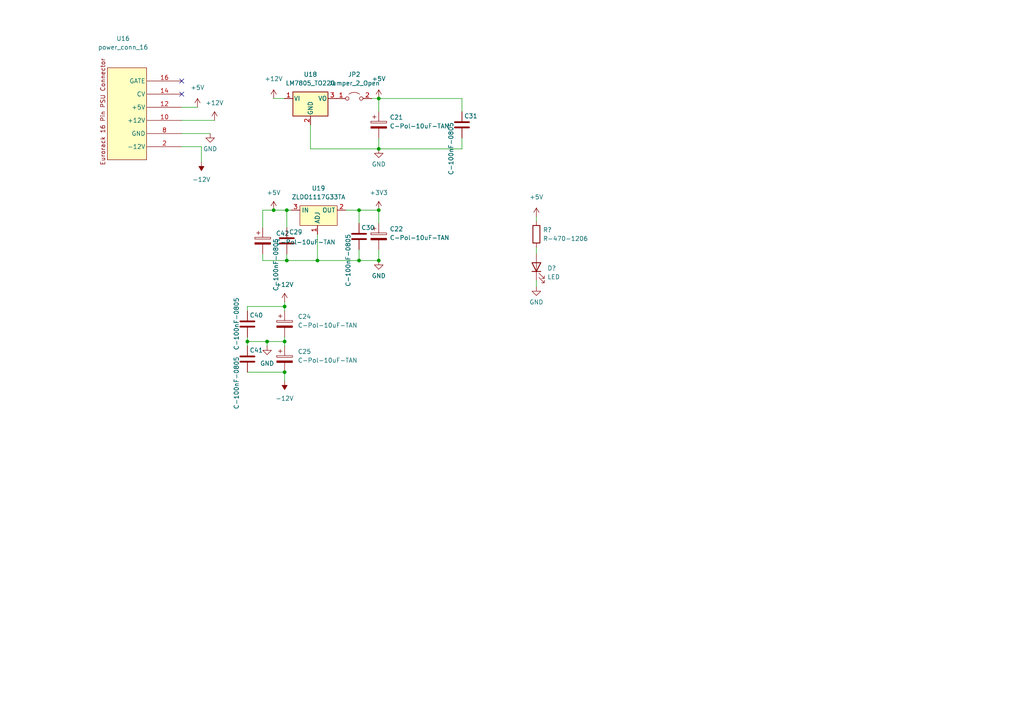
<source format=kicad_sch>
(kicad_sch (version 20211123) (generator eeschema)

  (uuid cddb8587-b792-44f6-83bb-4aacbef2657e)

  (paper "A4")

  (lib_symbols
    (symbol "Device:LED" (pin_numbers hide) (pin_names (offset 1.016) hide) (in_bom yes) (on_board yes)
      (property "Reference" "D" (id 0) (at 0 2.54 0)
        (effects (font (size 1.27 1.27)))
      )
      (property "Value" "LED" (id 1) (at 0 -2.54 0)
        (effects (font (size 1.27 1.27)))
      )
      (property "Footprint" "" (id 2) (at 0 0 0)
        (effects (font (size 1.27 1.27)) hide)
      )
      (property "Datasheet" "~" (id 3) (at 0 0 0)
        (effects (font (size 1.27 1.27)) hide)
      )
      (property "ki_keywords" "LED diode" (id 4) (at 0 0 0)
        (effects (font (size 1.27 1.27)) hide)
      )
      (property "ki_description" "Light emitting diode" (id 5) (at 0 0 0)
        (effects (font (size 1.27 1.27)) hide)
      )
      (property "ki_fp_filters" "LED* LED_SMD:* LED_THT:*" (id 6) (at 0 0 0)
        (effects (font (size 1.27 1.27)) hide)
      )
      (symbol "LED_0_1"
        (polyline
          (pts
            (xy -1.27 -1.27)
            (xy -1.27 1.27)
          )
          (stroke (width 0.254) (type default) (color 0 0 0 0))
          (fill (type none))
        )
        (polyline
          (pts
            (xy -1.27 0)
            (xy 1.27 0)
          )
          (stroke (width 0) (type default) (color 0 0 0 0))
          (fill (type none))
        )
        (polyline
          (pts
            (xy 1.27 -1.27)
            (xy 1.27 1.27)
            (xy -1.27 0)
            (xy 1.27 -1.27)
          )
          (stroke (width 0.254) (type default) (color 0 0 0 0))
          (fill (type none))
        )
        (polyline
          (pts
            (xy -3.048 -0.762)
            (xy -4.572 -2.286)
            (xy -3.81 -2.286)
            (xy -4.572 -2.286)
            (xy -4.572 -1.524)
          )
          (stroke (width 0) (type default) (color 0 0 0 0))
          (fill (type none))
        )
        (polyline
          (pts
            (xy -1.778 -0.762)
            (xy -3.302 -2.286)
            (xy -2.54 -2.286)
            (xy -3.302 -2.286)
            (xy -3.302 -1.524)
          )
          (stroke (width 0) (type default) (color 0 0 0 0))
          (fill (type none))
        )
      )
      (symbol "LED_1_1"
        (pin passive line (at -3.81 0 0) (length 2.54)
          (name "K" (effects (font (size 1.27 1.27))))
          (number "1" (effects (font (size 1.27 1.27))))
        )
        (pin passive line (at 3.81 0 180) (length 2.54)
          (name "A" (effects (font (size 1.27 1.27))))
          (number "2" (effects (font (size 1.27 1.27))))
        )
      )
    )
    (symbol "Jumper:Jumper_2_Open" (pin_names (offset 0) hide) (in_bom yes) (on_board yes)
      (property "Reference" "JP" (id 0) (at 0 2.794 0)
        (effects (font (size 1.27 1.27)))
      )
      (property "Value" "Jumper_2_Open" (id 1) (at 0 -2.286 0)
        (effects (font (size 1.27 1.27)))
      )
      (property "Footprint" "" (id 2) (at 0 0 0)
        (effects (font (size 1.27 1.27)) hide)
      )
      (property "Datasheet" "~" (id 3) (at 0 0 0)
        (effects (font (size 1.27 1.27)) hide)
      )
      (property "ki_keywords" "Jumper SPST" (id 4) (at 0 0 0)
        (effects (font (size 1.27 1.27)) hide)
      )
      (property "ki_description" "Jumper, 2-pole, open" (id 5) (at 0 0 0)
        (effects (font (size 1.27 1.27)) hide)
      )
      (property "ki_fp_filters" "Jumper* TestPoint*2Pads* TestPoint*Bridge*" (id 6) (at 0 0 0)
        (effects (font (size 1.27 1.27)) hide)
      )
      (symbol "Jumper_2_Open_0_0"
        (circle (center -2.032 0) (radius 0.508)
          (stroke (width 0) (type default) (color 0 0 0 0))
          (fill (type none))
        )
        (circle (center 2.032 0) (radius 0.508)
          (stroke (width 0) (type default) (color 0 0 0 0))
          (fill (type none))
        )
      )
      (symbol "Jumper_2_Open_0_1"
        (arc (start 1.524 1.27) (mid 0 1.778) (end -1.524 1.27)
          (stroke (width 0) (type default) (color 0 0 0 0))
          (fill (type none))
        )
      )
      (symbol "Jumper_2_Open_1_1"
        (pin passive line (at -5.08 0 0) (length 2.54)
          (name "A" (effects (font (size 1.27 1.27))))
          (number "1" (effects (font (size 1.27 1.27))))
        )
        (pin passive line (at 5.08 0 180) (length 2.54)
          (name "B" (effects (font (size 1.27 1.27))))
          (number "2" (effects (font (size 1.27 1.27))))
        )
      )
    )
    (symbol "Regulator_Linear:LM7805_TO220" (pin_names (offset 0.254)) (in_bom yes) (on_board yes)
      (property "Reference" "U" (id 0) (at -3.81 3.175 0)
        (effects (font (size 1.27 1.27)))
      )
      (property "Value" "LM7805_TO220" (id 1) (at 0 3.175 0)
        (effects (font (size 1.27 1.27)) (justify left))
      )
      (property "Footprint" "Package_TO_SOT_THT:TO-220-3_Vertical" (id 2) (at 0 5.715 0)
        (effects (font (size 1.27 1.27) italic) hide)
      )
      (property "Datasheet" "https://www.onsemi.cn/PowerSolutions/document/MC7800-D.PDF" (id 3) (at 0 -1.27 0)
        (effects (font (size 1.27 1.27)) hide)
      )
      (property "ki_keywords" "Voltage Regulator 1A Positive" (id 4) (at 0 0 0)
        (effects (font (size 1.27 1.27)) hide)
      )
      (property "ki_description" "Positive 1A 35V Linear Regulator, Fixed Output 5V, TO-220" (id 5) (at 0 0 0)
        (effects (font (size 1.27 1.27)) hide)
      )
      (property "ki_fp_filters" "TO?220*" (id 6) (at 0 0 0)
        (effects (font (size 1.27 1.27)) hide)
      )
      (symbol "LM7805_TO220_0_1"
        (rectangle (start -5.08 1.905) (end 5.08 -5.08)
          (stroke (width 0.254) (type default) (color 0 0 0 0))
          (fill (type background))
        )
      )
      (symbol "LM7805_TO220_1_1"
        (pin power_in line (at -7.62 0 0) (length 2.54)
          (name "VI" (effects (font (size 1.27 1.27))))
          (number "1" (effects (font (size 1.27 1.27))))
        )
        (pin power_in line (at 0 -7.62 90) (length 2.54)
          (name "GND" (effects (font (size 1.27 1.27))))
          (number "2" (effects (font (size 1.27 1.27))))
        )
        (pin power_out line (at 7.62 0 180) (length 2.54)
          (name "VO" (effects (font (size 1.27 1.27))))
          (number "3" (effects (font (size 1.27 1.27))))
        )
      )
    )
    (symbol "eurorack:C-100nF-0805" (pin_numbers hide) (pin_names (offset 0.254)) (in_bom yes) (on_board yes)
      (property "Reference" "C" (id 0) (at 0.635 2.54 0)
        (effects (font (size 1.27 1.27)) (justify left))
      )
      (property "Value" "C-100nF-0805" (id 1) (at 0.635 -2.54 0)
        (effects (font (size 1.27 1.27)) (justify left))
      )
      (property "Footprint" "Capacitor_SMD:C_0805_2012Metric_Pad1.18x1.45mm_HandSolder" (id 2) (at 0.9652 -3.81 0)
        (effects (font (size 1.27 1.27)) hide)
      )
      (property "Datasheet" "https://secure.reichelt.com/at/en/smd-multilayer-ceramic-capacitor-100-n-10--x7r-g0805-100n-p31879.html?&nbc=1" (id 3) (at 0 0 0)
        (effects (font (size 1.27 1.27)) hide)
      )
      (property "ki_keywords" "cap capacitor" (id 4) (at 0 0 0)
        (effects (font (size 1.27 1.27)) hide)
      )
      (property "ki_description" "Unpolarized capacitor" (id 5) (at 0 0 0)
        (effects (font (size 1.27 1.27)) hide)
      )
      (property "ki_fp_filters" "C_*" (id 6) (at 0 0 0)
        (effects (font (size 1.27 1.27)) hide)
      )
      (symbol "C-100nF-0805_0_1"
        (polyline
          (pts
            (xy -2.032 -0.762)
            (xy 2.032 -0.762)
          )
          (stroke (width 0.508) (type default) (color 0 0 0 0))
          (fill (type none))
        )
        (polyline
          (pts
            (xy -2.032 0.762)
            (xy 2.032 0.762)
          )
          (stroke (width 0.508) (type default) (color 0 0 0 0))
          (fill (type none))
        )
      )
      (symbol "C-100nF-0805_1_1"
        (pin passive line (at 0 3.81 270) (length 2.794)
          (name "~" (effects (font (size 1.27 1.27))))
          (number "1" (effects (font (size 1.27 1.27))))
        )
        (pin passive line (at 0 -3.81 90) (length 2.794)
          (name "~" (effects (font (size 1.27 1.27))))
          (number "2" (effects (font (size 1.27 1.27))))
        )
      )
    )
    (symbol "eurorack:C-Pol-10uF-TAN" (pin_numbers hide) (pin_names (offset 0.254)) (in_bom yes) (on_board yes)
      (property "Reference" "C" (id 0) (at 0.635 2.54 0)
        (effects (font (size 1.27 1.27)) (justify left))
      )
      (property "Value" "C-Pol-10uF-TAN" (id 1) (at 0.635 -2.54 0)
        (effects (font (size 1.27 1.27)) (justify left))
      )
      (property "Footprint" "Capacitor_Tantalum_SMD:CP_EIA-6032-28_Kemet-C" (id 2) (at 0.9652 -3.81 0)
        (effects (font (size 1.27 1.27)) hide)
      )
      (property "Datasheet" "https://www.reichelt.at/at/de/smd-tantal-kondensator-10-f-25v-tps-6032-10-25-p167056.html?r=1" (id 3) (at 0 0 0)
        (effects (font (size 1.27 1.27)) hide)
      )
      (property "ki_keywords" "cap capacitor" (id 4) (at 0 0 0)
        (effects (font (size 1.27 1.27)) hide)
      )
      (property "ki_description" "Polarized capacitor" (id 5) (at 0 0 0)
        (effects (font (size 1.27 1.27)) hide)
      )
      (property "ki_fp_filters" "CP_*" (id 6) (at 0 0 0)
        (effects (font (size 1.27 1.27)) hide)
      )
      (symbol "C-Pol-10uF-TAN_0_1"
        (rectangle (start -2.286 0.508) (end 2.286 1.016)
          (stroke (width 0) (type default) (color 0 0 0 0))
          (fill (type none))
        )
        (polyline
          (pts
            (xy -1.778 2.286)
            (xy -0.762 2.286)
          )
          (stroke (width 0) (type default) (color 0 0 0 0))
          (fill (type none))
        )
        (polyline
          (pts
            (xy -1.27 2.794)
            (xy -1.27 1.778)
          )
          (stroke (width 0) (type default) (color 0 0 0 0))
          (fill (type none))
        )
        (rectangle (start 2.286 -0.508) (end -2.286 -1.016)
          (stroke (width 0) (type default) (color 0 0 0 0))
          (fill (type outline))
        )
      )
      (symbol "C-Pol-10uF-TAN_1_1"
        (pin passive line (at 0 3.81 270) (length 2.794)
          (name "~" (effects (font (size 1.27 1.27))))
          (number "1" (effects (font (size 1.27 1.27))))
        )
        (pin passive line (at 0 -3.81 90) (length 2.794)
          (name "~" (effects (font (size 1.27 1.27))))
          (number "2" (effects (font (size 1.27 1.27))))
        )
      )
    )
    (symbol "eurorack:R-470-1206" (pin_numbers hide) (pin_names (offset 0)) (in_bom yes) (on_board yes)
      (property "Reference" "R" (id 0) (at 2.032 0 90)
        (effects (font (size 1.27 1.27)))
      )
      (property "Value" "R-470-1206" (id 1) (at -2.54 0 90)
        (effects (font (size 1.27 1.27)))
      )
      (property "Footprint" "Resistor_SMD:R_1206_3216Metric_Pad1.30x1.75mm_HandSolder" (id 2) (at -1.778 0 90)
        (effects (font (size 1.27 1.27)) hide)
      )
      (property "Datasheet" "https://www.reichelt.com/at/en/smd-chip-resistor-type-1206-470-ohm-smd-1-4w-470-p18337.html?search=470+1206&&r=1" (id 3) (at 0 0 0)
        (effects (font (size 1.27 1.27)) hide)
      )
      (property "P" "250mW" (id 4) (at 0 0 0)
        (effects (font (size 1.27 1.27)) hide)
      )
      (property "Tolerance" "5%" (id 5) (at 0 0 0)
        (effects (font (size 1.27 1.27)) hide)
      )
      (property "ki_keywords" "R res resistor" (id 6) (at 0 0 0)
        (effects (font (size 1.27 1.27)) hide)
      )
      (property "ki_description" "Resistor" (id 7) (at 0 0 0)
        (effects (font (size 1.27 1.27)) hide)
      )
      (property "ki_fp_filters" "R_*" (id 8) (at 0 0 0)
        (effects (font (size 1.27 1.27)) hide)
      )
      (symbol "R-470-1206_0_1"
        (rectangle (start -1.016 -2.54) (end 1.016 2.54)
          (stroke (width 0.254) (type default) (color 0 0 0 0))
          (fill (type none))
        )
      )
      (symbol "R-470-1206_1_1"
        (pin passive line (at 0 3.81 270) (length 1.27)
          (name "~" (effects (font (size 1.27 1.27))))
          (number "1" (effects (font (size 1.27 1.27))))
        )
        (pin passive line (at 0 -3.81 90) (length 1.27)
          (name "~" (effects (font (size 1.27 1.27))))
          (number "2" (effects (font (size 1.27 1.27))))
        )
      )
    )
    (symbol "eurorack:ZLDO1117G33TA" (in_bom yes) (on_board yes)
      (property "Reference" "U" (id 0) (at 0 0 0)
        (effects (font (size 1.27 1.27)))
      )
      (property "Value" "ZLDO1117G33TA" (id 1) (at 0 1.905 0)
        (effects (font (size 1.27 1.27)))
      )
      (property "Footprint" "Package_TO_SOT_SMD:SOT-223" (id 2) (at 0 0 0)
        (effects (font (size 1.27 1.27)) hide)
      )
      (property "Datasheet" "https://www.reichelt.at/at/en/ldo-voltage-regulator-3-3v-sot-223-3-zldo1117g33ta-p219149.html?&trstct=pos_13&nbc=1" (id 3) (at 0 0 0)
        (effects (font (size 1.27 1.27)) hide)
      )
      (property "ki_description" "3,3V SMD Regulator, 1A max" (id 4) (at 0 0 0)
        (effects (font (size 1.27 1.27)) hide)
      )
      (symbol "ZLDO1117G33TA_0_1"
        (rectangle (start -5.08 -1.27) (end 5.715 -6.985)
          (stroke (width 0) (type default) (color 0 0 0 0))
          (fill (type background))
        )
      )
      (symbol "ZLDO1117G33TA_1_1"
        (pin power_in line (at 0 -9.525 90) (length 2.54)
          (name "ADJ" (effects (font (size 1.27 1.27))))
          (number "1" (effects (font (size 1.27 1.27))))
        )
        (pin power_out line (at 8.255 -2.54 180) (length 2.54)
          (name "OUT" (effects (font (size 1.27 1.27))))
          (number "2" (effects (font (size 1.27 1.27))))
        )
        (pin power_in line (at -7.62 -2.54 0) (length 2.54)
          (name "IN" (effects (font (size 1.27 1.27))))
          (number "3" (effects (font (size 1.27 1.27))))
        )
        (pin power_in line (at 8.255 -2.54 180) (length 2.54) hide
          (name "OUT" (effects (font (size 1.27 1.27))))
          (number "4" (effects (font (size 1.27 1.27))))
        )
      )
    )
    (symbol "eurorack:power_conn_16" (in_bom yes) (on_board yes)
      (property "Reference" "U" (id 0) (at 2.54 2.54 0)
        (effects (font (size 1.27 1.27)))
      )
      (property "Value" "power_conn_16" (id 1) (at 3.81 1.27 0)
        (effects (font (size 1.27 1.27)))
      )
      (property "Footprint" "eurorack:power_16" (id 2) (at 5.08 -27.94 0)
        (effects (font (size 1.27 1.27)) hide)
      )
      (property "Datasheet" "" (id 3) (at 0 0 0)
        (effects (font (size 1.27 1.27)) hide)
      )
      (property "ki_description" "Eurorack power connector 16 pins" (id 4) (at 0 0 0)
        (effects (font (size 1.27 1.27)) hide)
      )
      (symbol "power_conn_16_0_0"
        (rectangle (start -3.81 0) (end 7.62 -26.67)
          (stroke (width 0) (type default) (color 0 0 0 0))
          (fill (type background))
        )
        (text "Eurorack 16 Pin PSU Connector" (at -5.08 -12.7 900)
          (effects (font (size 1.27 1.27)))
        )
        (pin free line (at 17.78 -22.86 180) (length 10) hide
          (name "-12V" (effects (font (size 1.27 1.27))))
          (number "1" (effects (font (size 1.27 1.27))))
        )
        (pin power_out line (at 17.78 -15.24 180) (length 10)
          (name "+12V" (effects (font (size 1.27 1.27))))
          (number "10" (effects (font (size 1.27 1.27))))
        )
        (pin free line (at 17.78 -11.43 180) (length 10) hide
          (name "+5V" (effects (font (size 1.27 1.27))))
          (number "11" (effects (font (size 1.27 1.27))))
        )
        (pin power_out line (at 17.78 -11.43 180) (length 10)
          (name "+5V" (effects (font (size 1.27 1.27))))
          (number "12" (effects (font (size 1.27 1.27))))
        )
        (pin bidirectional line (at 17.78 -7.62 180) (length 10) hide
          (name "CV" (effects (font (size 1.27 1.27))))
          (number "13" (effects (font (size 1.27 1.27))))
        )
        (pin bidirectional line (at 17.78 -7.62 180) (length 10)
          (name "CV" (effects (font (size 1.27 1.27))))
          (number "14" (effects (font (size 1.27 1.27))))
        )
        (pin bidirectional line (at 17.78 -3.81 180) (length 10) hide
          (name "GATE" (effects (font (size 1.27 1.27))))
          (number "15" (effects (font (size 1.27 1.27))))
        )
        (pin bidirectional line (at 17.78 -3.81 180) (length 10)
          (name "GATE" (effects (font (size 1.27 1.27))))
          (number "16" (effects (font (size 1.27 1.27))))
        )
        (pin power_out line (at 17.78 -22.86 180) (length 10)
          (name "-12V" (effects (font (size 1.27 1.27))))
          (number "2" (effects (font (size 1.27 1.27))))
        )
        (pin free line (at 17.78 -19.05 180) (length 10) hide
          (name "GND" (effects (font (size 1.27 1.27))))
          (number "3" (effects (font (size 1.27 1.27))))
        )
        (pin free line (at 17.78 -19.05 180) (length 10) hide
          (name "GND" (effects (font (size 1.27 1.27))))
          (number "4" (effects (font (size 1.27 1.27))))
        )
        (pin free line (at 17.78 -19.05 180) (length 10) hide
          (name "GND" (effects (font (size 1.27 1.27))))
          (number "5" (effects (font (size 1.27 1.27))))
        )
        (pin free line (at 17.78 -19.05 180) (length 10) hide
          (name "GND" (effects (font (size 1.27 1.27))))
          (number "6" (effects (font (size 1.27 1.27))))
        )
        (pin free line (at 17.78 -19.05 180) (length 10) hide
          (name "GND" (effects (font (size 1.27 1.27))))
          (number "7" (effects (font (size 1.27 1.27))))
        )
        (pin power_out line (at 17.78 -19.05 180) (length 10)
          (name "GND" (effects (font (size 1.27 1.27))))
          (number "8" (effects (font (size 1.27 1.27))))
        )
        (pin free line (at 17.78 -15.24 180) (length 10) hide
          (name "+12V" (effects (font (size 1.27 1.27))))
          (number "9" (effects (font (size 1.27 1.27))))
        )
      )
    )
    (symbol "power:+12V" (power) (pin_names (offset 0)) (in_bom yes) (on_board yes)
      (property "Reference" "#PWR" (id 0) (at 0 -3.81 0)
        (effects (font (size 1.27 1.27)) hide)
      )
      (property "Value" "+12V" (id 1) (at 0 3.556 0)
        (effects (font (size 1.27 1.27)))
      )
      (property "Footprint" "" (id 2) (at 0 0 0)
        (effects (font (size 1.27 1.27)) hide)
      )
      (property "Datasheet" "" (id 3) (at 0 0 0)
        (effects (font (size 1.27 1.27)) hide)
      )
      (property "ki_keywords" "power-flag" (id 4) (at 0 0 0)
        (effects (font (size 1.27 1.27)) hide)
      )
      (property "ki_description" "Power symbol creates a global label with name \"+12V\"" (id 5) (at 0 0 0)
        (effects (font (size 1.27 1.27)) hide)
      )
      (symbol "+12V_0_1"
        (polyline
          (pts
            (xy -0.762 1.27)
            (xy 0 2.54)
          )
          (stroke (width 0) (type default) (color 0 0 0 0))
          (fill (type none))
        )
        (polyline
          (pts
            (xy 0 0)
            (xy 0 2.54)
          )
          (stroke (width 0) (type default) (color 0 0 0 0))
          (fill (type none))
        )
        (polyline
          (pts
            (xy 0 2.54)
            (xy 0.762 1.27)
          )
          (stroke (width 0) (type default) (color 0 0 0 0))
          (fill (type none))
        )
      )
      (symbol "+12V_1_1"
        (pin power_in line (at 0 0 90) (length 0) hide
          (name "+12V" (effects (font (size 1.27 1.27))))
          (number "1" (effects (font (size 1.27 1.27))))
        )
      )
    )
    (symbol "power:+3V3" (power) (pin_names (offset 0)) (in_bom yes) (on_board yes)
      (property "Reference" "#PWR" (id 0) (at 0 -3.81 0)
        (effects (font (size 1.27 1.27)) hide)
      )
      (property "Value" "+3V3" (id 1) (at 0 3.556 0)
        (effects (font (size 1.27 1.27)))
      )
      (property "Footprint" "" (id 2) (at 0 0 0)
        (effects (font (size 1.27 1.27)) hide)
      )
      (property "Datasheet" "" (id 3) (at 0 0 0)
        (effects (font (size 1.27 1.27)) hide)
      )
      (property "ki_keywords" "power-flag" (id 4) (at 0 0 0)
        (effects (font (size 1.27 1.27)) hide)
      )
      (property "ki_description" "Power symbol creates a global label with name \"+3V3\"" (id 5) (at 0 0 0)
        (effects (font (size 1.27 1.27)) hide)
      )
      (symbol "+3V3_0_1"
        (polyline
          (pts
            (xy -0.762 1.27)
            (xy 0 2.54)
          )
          (stroke (width 0) (type default) (color 0 0 0 0))
          (fill (type none))
        )
        (polyline
          (pts
            (xy 0 0)
            (xy 0 2.54)
          )
          (stroke (width 0) (type default) (color 0 0 0 0))
          (fill (type none))
        )
        (polyline
          (pts
            (xy 0 2.54)
            (xy 0.762 1.27)
          )
          (stroke (width 0) (type default) (color 0 0 0 0))
          (fill (type none))
        )
      )
      (symbol "+3V3_1_1"
        (pin power_in line (at 0 0 90) (length 0) hide
          (name "+3V3" (effects (font (size 1.27 1.27))))
          (number "1" (effects (font (size 1.27 1.27))))
        )
      )
    )
    (symbol "power:+5V" (power) (pin_names (offset 0)) (in_bom yes) (on_board yes)
      (property "Reference" "#PWR" (id 0) (at 0 -3.81 0)
        (effects (font (size 1.27 1.27)) hide)
      )
      (property "Value" "+5V" (id 1) (at 0 3.556 0)
        (effects (font (size 1.27 1.27)))
      )
      (property "Footprint" "" (id 2) (at 0 0 0)
        (effects (font (size 1.27 1.27)) hide)
      )
      (property "Datasheet" "" (id 3) (at 0 0 0)
        (effects (font (size 1.27 1.27)) hide)
      )
      (property "ki_keywords" "power-flag" (id 4) (at 0 0 0)
        (effects (font (size 1.27 1.27)) hide)
      )
      (property "ki_description" "Power symbol creates a global label with name \"+5V\"" (id 5) (at 0 0 0)
        (effects (font (size 1.27 1.27)) hide)
      )
      (symbol "+5V_0_1"
        (polyline
          (pts
            (xy -0.762 1.27)
            (xy 0 2.54)
          )
          (stroke (width 0) (type default) (color 0 0 0 0))
          (fill (type none))
        )
        (polyline
          (pts
            (xy 0 0)
            (xy 0 2.54)
          )
          (stroke (width 0) (type default) (color 0 0 0 0))
          (fill (type none))
        )
        (polyline
          (pts
            (xy 0 2.54)
            (xy 0.762 1.27)
          )
          (stroke (width 0) (type default) (color 0 0 0 0))
          (fill (type none))
        )
      )
      (symbol "+5V_1_1"
        (pin power_in line (at 0 0 90) (length 0) hide
          (name "+5V" (effects (font (size 1.27 1.27))))
          (number "1" (effects (font (size 1.27 1.27))))
        )
      )
    )
    (symbol "power:-12V" (power) (pin_names (offset 0)) (in_bom yes) (on_board yes)
      (property "Reference" "#PWR" (id 0) (at 0 2.54 0)
        (effects (font (size 1.27 1.27)) hide)
      )
      (property "Value" "-12V" (id 1) (at 0 3.81 0)
        (effects (font (size 1.27 1.27)))
      )
      (property "Footprint" "" (id 2) (at 0 0 0)
        (effects (font (size 1.27 1.27)) hide)
      )
      (property "Datasheet" "" (id 3) (at 0 0 0)
        (effects (font (size 1.27 1.27)) hide)
      )
      (property "ki_keywords" "power-flag" (id 4) (at 0 0 0)
        (effects (font (size 1.27 1.27)) hide)
      )
      (property "ki_description" "Power symbol creates a global label with name \"-12V\"" (id 5) (at 0 0 0)
        (effects (font (size 1.27 1.27)) hide)
      )
      (symbol "-12V_0_0"
        (pin power_in line (at 0 0 90) (length 0) hide
          (name "-12V" (effects (font (size 1.27 1.27))))
          (number "1" (effects (font (size 1.27 1.27))))
        )
      )
      (symbol "-12V_0_1"
        (polyline
          (pts
            (xy 0 0)
            (xy 0 1.27)
            (xy 0.762 1.27)
            (xy 0 2.54)
            (xy -0.762 1.27)
            (xy 0 1.27)
          )
          (stroke (width 0) (type default) (color 0 0 0 0))
          (fill (type outline))
        )
      )
    )
    (symbol "power:GND" (power) (pin_names (offset 0)) (in_bom yes) (on_board yes)
      (property "Reference" "#PWR" (id 0) (at 0 -6.35 0)
        (effects (font (size 1.27 1.27)) hide)
      )
      (property "Value" "GND" (id 1) (at 0 -3.81 0)
        (effects (font (size 1.27 1.27)))
      )
      (property "Footprint" "" (id 2) (at 0 0 0)
        (effects (font (size 1.27 1.27)) hide)
      )
      (property "Datasheet" "" (id 3) (at 0 0 0)
        (effects (font (size 1.27 1.27)) hide)
      )
      (property "ki_keywords" "power-flag" (id 4) (at 0 0 0)
        (effects (font (size 1.27 1.27)) hide)
      )
      (property "ki_description" "Power symbol creates a global label with name \"GND\" , ground" (id 5) (at 0 0 0)
        (effects (font (size 1.27 1.27)) hide)
      )
      (symbol "GND_0_1"
        (polyline
          (pts
            (xy 0 0)
            (xy 0 -1.27)
            (xy 1.27 -1.27)
            (xy 0 -2.54)
            (xy -1.27 -1.27)
            (xy 0 -1.27)
          )
          (stroke (width 0) (type default) (color 0 0 0 0))
          (fill (type none))
        )
      )
      (symbol "GND_1_1"
        (pin power_in line (at 0 0 270) (length 0) hide
          (name "GND" (effects (font (size 1.27 1.27))))
          (number "1" (effects (font (size 1.27 1.27))))
        )
      )
    )
  )

  (junction (at 109.855 43.18) (diameter 0) (color 0 0 0 0)
    (uuid 1a4b81bb-1195-4cfd-883b-63c38391cf02)
  )
  (junction (at 79.375 60.96) (diameter 0) (color 0 0 0 0)
    (uuid 230551af-0a84-4c16-9118-0a3f19a4ea0e)
  )
  (junction (at 82.55 88.9) (diameter 0) (color 0 0 0 0)
    (uuid 2a0136fc-86e6-4b71-982f-a774b9546f6b)
  )
  (junction (at 109.855 60.96) (diameter 0) (color 0 0 0 0)
    (uuid 3d1e7952-e07f-4a88-bf93-62d7ff899957)
  )
  (junction (at 104.14 60.96) (diameter 0) (color 0 0 0 0)
    (uuid 3f91b352-2bad-4ac5-a437-e760f62c6934)
  )
  (junction (at 82.55 107.95) (diameter 0) (color 0 0 0 0)
    (uuid 526aef7e-a998-46c5-8ff8-88092cf5bb9c)
  )
  (junction (at 104.14 75.565) (diameter 0) (color 0 0 0 0)
    (uuid 7116590c-946e-4513-b987-90a4d91c0595)
  )
  (junction (at 92.075 75.565) (diameter 0) (color 0 0 0 0)
    (uuid 7bf18d8a-0104-48fe-b7b5-cc6b56aafb5a)
  )
  (junction (at 109.855 75.565) (diameter 0) (color 0 0 0 0)
    (uuid 869cb403-d8e6-45ae-8592-2c71160b9454)
  )
  (junction (at 77.47 99.06) (diameter 0) (color 0 0 0 0)
    (uuid 960d8bb0-8600-487c-b359-c96ffe890855)
  )
  (junction (at 83.185 60.96) (diameter 0) (color 0 0 0 0)
    (uuid b8a129b5-647a-4b29-aab6-c081523edcde)
  )
  (junction (at 82.55 99.06) (diameter 0) (color 0 0 0 0)
    (uuid bb6faeea-5952-4478-8ae6-e2ec832a7569)
  )
  (junction (at 83.185 75.565) (diameter 0) (color 0 0 0 0)
    (uuid c9192906-2896-4a81-b610-90a92aabbd28)
  )
  (junction (at 109.855 28.575) (diameter 0) (color 0 0 0 0)
    (uuid d06386da-a3e2-4f70-a97d-63f98eb42634)
  )
  (junction (at 71.755 99.06) (diameter 0) (color 0 0 0 0)
    (uuid e71dcc19-06a6-4f64-8312-411d569fb17f)
  )

  (no_connect (at 52.705 27.305) (uuid 73006d7f-56f2-4eae-a0a3-fd73b3ec67e0))
  (no_connect (at 52.705 23.495) (uuid 73006d7f-56f2-4eae-a0a3-fd73b3ec67e1))

  (wire (pts (xy 82.55 88.9) (xy 82.55 90.17))
    (stroke (width 0) (type default) (color 0 0 0 0))
    (uuid 025d0853-e849-4dab-beb7-34fb71e88fcf)
  )
  (wire (pts (xy 71.755 107.95) (xy 82.55 107.95))
    (stroke (width 0) (type default) (color 0 0 0 0))
    (uuid 03aef816-b77c-437b-acfe-45adbe627482)
  )
  (wire (pts (xy 83.185 60.96) (xy 83.185 66.04))
    (stroke (width 0) (type default) (color 0 0 0 0))
    (uuid 0469bcfd-004f-4fbb-9868-593a8756045c)
  )
  (wire (pts (xy 76.2 73.66) (xy 76.2 75.565))
    (stroke (width 0) (type default) (color 0 0 0 0))
    (uuid 1017ac10-b489-4a26-9b0e-a79ef4d5190a)
  )
  (wire (pts (xy 90.043 36.195) (xy 90.043 43.18))
    (stroke (width 0) (type default) (color 0 0 0 0))
    (uuid 13b54fb8-1847-478f-820f-11f28d31b1ef)
  )
  (wire (pts (xy 82.55 99.06) (xy 82.55 100.33))
    (stroke (width 0) (type default) (color 0 0 0 0))
    (uuid 15a59e42-4e21-46a9-9efb-e86b0aa55b99)
  )
  (wire (pts (xy 71.755 88.9) (xy 82.55 88.9))
    (stroke (width 0) (type default) (color 0 0 0 0))
    (uuid 1793dbec-8ea2-410c-ada5-843e1483dda1)
  )
  (wire (pts (xy 71.755 97.79) (xy 71.755 99.06))
    (stroke (width 0) (type default) (color 0 0 0 0))
    (uuid 1ddf8785-4719-496c-9222-be10a3d5bcc5)
  )
  (wire (pts (xy 109.855 60.96) (xy 109.855 64.77))
    (stroke (width 0) (type default) (color 0 0 0 0))
    (uuid 2606e9cc-4a19-42f8-9df4-2bbf9b6debfd)
  )
  (wire (pts (xy 100.33 60.96) (xy 104.14 60.96))
    (stroke (width 0) (type default) (color 0 0 0 0))
    (uuid 2b537919-9751-4ad1-aa19-5213a31a8d37)
  )
  (wire (pts (xy 71.755 99.06) (xy 71.755 100.33))
    (stroke (width 0) (type default) (color 0 0 0 0))
    (uuid 2c1a745c-e935-4a0c-8b07-094be311cd69)
  )
  (wire (pts (xy 77.47 100.33) (xy 77.47 99.06))
    (stroke (width 0) (type default) (color 0 0 0 0))
    (uuid 2e3e939e-d1e3-4766-a0b9-ecd8537ce912)
  )
  (wire (pts (xy 107.823 28.575) (xy 109.855 28.575))
    (stroke (width 0) (type default) (color 0 0 0 0))
    (uuid 321e615e-68e5-48b4-9b57-f6a8206f2019)
  )
  (wire (pts (xy 52.705 31.115) (xy 57.277 31.115))
    (stroke (width 0) (type default) (color 0 0 0 0))
    (uuid 36fed5ec-4e75-4c33-b83b-0d8e5c11e725)
  )
  (wire (pts (xy 52.705 38.735) (xy 60.96 38.735))
    (stroke (width 0) (type default) (color 0 0 0 0))
    (uuid 3a89afc5-b420-4035-9d9e-ba6eb7ed160c)
  )
  (wire (pts (xy 155.575 81.28) (xy 155.575 83.185))
    (stroke (width 0) (type default) (color 0 0 0 0))
    (uuid 3d828b2c-9406-465e-8ea8-658b03245548)
  )
  (wire (pts (xy 109.855 43.18) (xy 133.985 43.18))
    (stroke (width 0) (type default) (color 0 0 0 0))
    (uuid 424a2e61-dc00-4afe-9cd7-1daa478be0b5)
  )
  (wire (pts (xy 109.855 40.005) (xy 109.855 43.18))
    (stroke (width 0) (type default) (color 0 0 0 0))
    (uuid 42689d6a-821b-4505-b9c0-5b90cf7da63e)
  )
  (wire (pts (xy 82.55 87.63) (xy 82.55 88.9))
    (stroke (width 0) (type default) (color 0 0 0 0))
    (uuid 49046d56-ecc8-4eff-9b09-94c624718f4b)
  )
  (wire (pts (xy 76.2 60.96) (xy 79.375 60.96))
    (stroke (width 0) (type default) (color 0 0 0 0))
    (uuid 50e01763-1470-46e7-baa5-e41b01e43b77)
  )
  (wire (pts (xy 104.14 72.39) (xy 104.14 75.565))
    (stroke (width 0) (type default) (color 0 0 0 0))
    (uuid 53433864-8097-4cbc-a80c-c6d336b66216)
  )
  (wire (pts (xy 82.55 97.79) (xy 82.55 99.06))
    (stroke (width 0) (type default) (color 0 0 0 0))
    (uuid 575b6be6-c0a0-47ac-912a-b5ff3f605489)
  )
  (wire (pts (xy 133.985 28.575) (xy 133.985 32.385))
    (stroke (width 0) (type default) (color 0 0 0 0))
    (uuid 64e979db-9a3b-4c5a-821a-ed87e10f3fc9)
  )
  (wire (pts (xy 82.55 107.95) (xy 82.55 110.49))
    (stroke (width 0) (type default) (color 0 0 0 0))
    (uuid 6697bd97-d9ff-4bae-a1ad-b5fbdd2c8892)
  )
  (wire (pts (xy 79.375 28.575) (xy 82.423 28.575))
    (stroke (width 0) (type default) (color 0 0 0 0))
    (uuid 69ef7ed6-3386-47b4-a7ed-d471b06ce2a2)
  )
  (wire (pts (xy 76.2 66.04) (xy 76.2 60.96))
    (stroke (width 0) (type default) (color 0 0 0 0))
    (uuid 6ad032f1-c2a8-4ccb-9d46-96b1922a6c0c)
  )
  (wire (pts (xy 83.185 73.66) (xy 83.185 75.565))
    (stroke (width 0) (type default) (color 0 0 0 0))
    (uuid 6e2091f0-8fb7-48e3-824e-f5d1d13ba367)
  )
  (wire (pts (xy 104.14 75.565) (xy 109.855 75.565))
    (stroke (width 0) (type default) (color 0 0 0 0))
    (uuid 719c10d1-c6a1-47c6-94d5-e88c0bbe9924)
  )
  (wire (pts (xy 52.705 42.545) (xy 58.42 42.545))
    (stroke (width 0) (type default) (color 0 0 0 0))
    (uuid 77b433e7-ea3d-4289-9395-189667cc3cc7)
  )
  (wire (pts (xy 109.855 28.575) (xy 109.855 32.385))
    (stroke (width 0) (type default) (color 0 0 0 0))
    (uuid 8568f282-ec5b-4b61-9846-e517a99feba6)
  )
  (wire (pts (xy 83.185 60.96) (xy 84.455 60.96))
    (stroke (width 0) (type default) (color 0 0 0 0))
    (uuid 930249fc-b8f6-41b8-b9a3-55e85de68ded)
  )
  (wire (pts (xy 79.375 60.96) (xy 83.185 60.96))
    (stroke (width 0) (type default) (color 0 0 0 0))
    (uuid 930957bc-3f23-4859-9f08-004629849aab)
  )
  (wire (pts (xy 155.575 62.865) (xy 155.575 64.135))
    (stroke (width 0) (type default) (color 0 0 0 0))
    (uuid 95309f5e-df45-48c3-8bd0-875b672cb150)
  )
  (wire (pts (xy 155.575 71.755) (xy 155.575 73.66))
    (stroke (width 0) (type default) (color 0 0 0 0))
    (uuid 9f7502fd-0bcd-4ee8-bbc5-99e038851019)
  )
  (wire (pts (xy 83.185 75.565) (xy 92.075 75.565))
    (stroke (width 0) (type default) (color 0 0 0 0))
    (uuid a008c43f-ef7c-4203-9a44-ea8cb8127e3c)
  )
  (wire (pts (xy 77.47 99.06) (xy 82.55 99.06))
    (stroke (width 0) (type default) (color 0 0 0 0))
    (uuid a2c76289-576b-4b1b-b7bf-097e5d56a092)
  )
  (wire (pts (xy 133.985 40.005) (xy 133.985 43.18))
    (stroke (width 0) (type default) (color 0 0 0 0))
    (uuid a72ae1a3-753d-4b2c-90c7-57feb7480218)
  )
  (wire (pts (xy 104.14 64.77) (xy 104.14 60.96))
    (stroke (width 0) (type default) (color 0 0 0 0))
    (uuid ac1d7614-d181-4a0c-8e2d-61eb28f7537b)
  )
  (wire (pts (xy 71.755 90.17) (xy 71.755 88.9))
    (stroke (width 0) (type default) (color 0 0 0 0))
    (uuid b0ef45d1-f05a-49d1-93ce-be0649bda63e)
  )
  (wire (pts (xy 92.075 67.945) (xy 92.075 75.565))
    (stroke (width 0) (type default) (color 0 0 0 0))
    (uuid b37a7972-f88c-428c-a86f-056b37cd4223)
  )
  (wire (pts (xy 104.14 60.96) (xy 109.855 60.96))
    (stroke (width 0) (type default) (color 0 0 0 0))
    (uuid d308dde0-8cce-4b16-a79d-2579dc0cc0b6)
  )
  (wire (pts (xy 76.2 75.565) (xy 83.185 75.565))
    (stroke (width 0) (type default) (color 0 0 0 0))
    (uuid d62465c3-8926-48e2-8757-daf027bfd897)
  )
  (wire (pts (xy 71.755 99.06) (xy 77.47 99.06))
    (stroke (width 0) (type default) (color 0 0 0 0))
    (uuid ddfe9171-c432-491b-a3cf-9fd4f8382b3f)
  )
  (wire (pts (xy 52.705 34.925) (xy 62.23 34.925))
    (stroke (width 0) (type default) (color 0 0 0 0))
    (uuid df81c4e6-dfee-4e7a-b5d2-26e7b8648e19)
  )
  (wire (pts (xy 109.855 28.575) (xy 133.985 28.575))
    (stroke (width 0) (type default) (color 0 0 0 0))
    (uuid e03f9091-632b-4900-9177-f1bb0fa0f702)
  )
  (wire (pts (xy 58.42 42.545) (xy 58.42 46.99))
    (stroke (width 0) (type default) (color 0 0 0 0))
    (uuid ee60a061-1c60-44b4-927e-90867efd0d5d)
  )
  (wire (pts (xy 90.043 43.18) (xy 109.855 43.18))
    (stroke (width 0) (type default) (color 0 0 0 0))
    (uuid f101cb1a-5b89-4bfd-90d0-5c2dae413345)
  )
  (wire (pts (xy 92.075 75.565) (xy 104.14 75.565))
    (stroke (width 0) (type default) (color 0 0 0 0))
    (uuid f8aa346d-c918-486c-8a5c-a637b8932b4e)
  )
  (wire (pts (xy 109.855 72.39) (xy 109.855 75.565))
    (stroke (width 0) (type default) (color 0 0 0 0))
    (uuid fb94e6a5-5702-4c03-a071-9b54cf462fc7)
  )

  (symbol (lib_id "power:+12V") (at 79.375 28.575 0) (unit 1)
    (in_bom yes) (on_board yes) (fields_autoplaced)
    (uuid 096b5392-b9dc-427a-8737-ea092f5d8dc6)
    (property "Reference" "#PWR081" (id 0) (at 79.375 32.385 0)
      (effects (font (size 1.27 1.27)) hide)
    )
    (property "Value" "+12V" (id 1) (at 79.375 22.86 0))
    (property "Footprint" "" (id 2) (at 79.375 28.575 0)
      (effects (font (size 1.27 1.27)) hide)
    )
    (property "Datasheet" "" (id 3) (at 79.375 28.575 0)
      (effects (font (size 1.27 1.27)) hide)
    )
    (pin "1" (uuid dcb37ab6-e6eb-44d9-9970-d25590b8aa98))
  )

  (symbol (lib_id "power:GND") (at 109.855 75.565 0) (unit 1)
    (in_bom yes) (on_board yes) (fields_autoplaced)
    (uuid 0cd7cf84-f35d-4b56-b015-61b7817bc01f)
    (property "Reference" "#PWR086" (id 0) (at 109.855 81.915 0)
      (effects (font (size 1.27 1.27)) hide)
    )
    (property "Value" "GND" (id 1) (at 109.855 80.01 0))
    (property "Footprint" "" (id 2) (at 109.855 75.565 0)
      (effects (font (size 1.27 1.27)) hide)
    )
    (property "Datasheet" "" (id 3) (at 109.855 75.565 0)
      (effects (font (size 1.27 1.27)) hide)
    )
    (pin "1" (uuid 0ca6e8a4-7a1c-42c2-800f-33836ed5bd36))
  )

  (symbol (lib_id "eurorack:C-100nF-0805") (at 133.985 36.195 0) (unit 1)
    (in_bom yes) (on_board yes)
    (uuid 11622fdc-842d-4569-b762-ba0b9d404e87)
    (property "Reference" "C31" (id 0) (at 134.62 33.655 0)
      (effects (font (size 1.27 1.27)) (justify left))
    )
    (property "Value" "C-100nF-0805" (id 1) (at 130.81 50.8 90)
      (effects (font (size 1.27 1.27)) (justify left))
    )
    (property "Footprint" "Capacitor_SMD:C_0805_2012Metric_Pad1.18x1.45mm_HandSolder" (id 2) (at 134.9502 40.005 0)
      (effects (font (size 1.27 1.27)) hide)
    )
    (property "Datasheet" "https://secure.reichelt.com/at/en/smd-multilayer-ceramic-capacitor-100-n-10--x7r-g0805-100n-p31879.html?&nbc=1" (id 3) (at 133.985 36.195 0)
      (effects (font (size 1.27 1.27)) hide)
    )
    (pin "1" (uuid ae57bfae-83d6-4383-b74f-35eb8590c42e))
    (pin "2" (uuid 02e58cc8-eb4d-4b6d-bb58-1531aedf6b4c))
  )

  (symbol (lib_id "eurorack:C-Pol-10uF-TAN") (at 82.55 93.98 0) (unit 1)
    (in_bom yes) (on_board yes) (fields_autoplaced)
    (uuid 176f5890-fa87-445d-a5eb-8d285f6782ca)
    (property "Reference" "C24" (id 0) (at 86.36 91.8209 0)
      (effects (font (size 1.27 1.27)) (justify left))
    )
    (property "Value" "C-Pol-10uF-TAN" (id 1) (at 86.36 94.3609 0)
      (effects (font (size 1.27 1.27)) (justify left))
    )
    (property "Footprint" "Capacitor_Tantalum_SMD:CP_EIA-6032-28_Kemet-C" (id 2) (at 83.5152 97.79 0)
      (effects (font (size 1.27 1.27)) hide)
    )
    (property "Datasheet" "https://www.reichelt.at/at/de/smd-tantal-kondensator-10-f-25v-tps-6032-10-25-p167056.html?r=1" (id 3) (at 82.55 93.98 0)
      (effects (font (size 1.27 1.27)) hide)
    )
    (pin "1" (uuid bcec29ee-7351-4b50-94f1-ca6e280ce8f5))
    (pin "2" (uuid f80f6b03-21d3-48e3-a5bb-18d3b268519c))
  )

  (symbol (lib_id "eurorack:power_conn_16") (at 34.925 19.685 0) (unit 1)
    (in_bom yes) (on_board yes) (fields_autoplaced)
    (uuid 28d25066-cbcd-4827-8d73-23d9cf8fcee8)
    (property "Reference" "U16" (id 0) (at 35.7042 11.176 0))
    (property "Value" "power_conn_16" (id 1) (at 35.7042 13.716 0))
    (property "Footprint" "eurorack:power_16" (id 2) (at 40.005 47.625 0)
      (effects (font (size 1.27 1.27)) hide)
    )
    (property "Datasheet" "" (id 3) (at 34.925 19.685 0)
      (effects (font (size 1.27 1.27)) hide)
    )
    (pin "1" (uuid 05bfedb3-ee4d-4a6c-b49f-81e6b349d0ed))
    (pin "10" (uuid b361625d-82a3-4b8e-9c07-c03837dfdfa7))
    (pin "11" (uuid 00ebebb2-d211-4501-b422-67fbe0318b14))
    (pin "12" (uuid a1badc4a-eba7-4a56-9abd-6fa21f579ac3))
    (pin "13" (uuid 2b0e2114-eef0-46e4-bcee-b303c411d941))
    (pin "14" (uuid 35f02635-262b-44ef-96a2-92b9ce026c59))
    (pin "15" (uuid 25cedfb4-8b58-4044-a419-d8de53dba313))
    (pin "16" (uuid 4716d5dc-7ca7-4ea6-955e-a95e7df3216e))
    (pin "2" (uuid 916c3227-8bb0-4ec5-9d12-54273386e2b5))
    (pin "3" (uuid 032cfe85-73de-437a-ab28-98eb4aacd527))
    (pin "4" (uuid b53d453b-b8c2-45b1-9065-2d6bb514f62c))
    (pin "5" (uuid 38dace96-ad70-47f1-a360-359a7c3b68cf))
    (pin "6" (uuid 6654ab9b-aa52-4175-b56b-6284d19a495f))
    (pin "7" (uuid fa19365f-ca95-44a2-bb69-695aecc76100))
    (pin "8" (uuid 93037854-42c8-40a5-bea8-e50d085cc7ec))
    (pin "9" (uuid 5bbd8c94-8834-4562-aa20-8bcc054752c5))
  )

  (symbol (lib_id "power:+5V") (at 79.375 60.96 0) (unit 1)
    (in_bom yes) (on_board yes) (fields_autoplaced)
    (uuid 2df66250-7ab7-47d2-9e26-c353fdeb0a68)
    (property "Reference" "#PWR082" (id 0) (at 79.375 64.77 0)
      (effects (font (size 1.27 1.27)) hide)
    )
    (property "Value" "+5V" (id 1) (at 79.375 55.88 0))
    (property "Footprint" "" (id 2) (at 79.375 60.96 0)
      (effects (font (size 1.27 1.27)) hide)
    )
    (property "Datasheet" "" (id 3) (at 79.375 60.96 0)
      (effects (font (size 1.27 1.27)) hide)
    )
    (pin "1" (uuid eb161ae4-1026-404b-9cc8-5b15f3b0669f))
  )

  (symbol (lib_id "eurorack:C-Pol-10uF-TAN") (at 76.2 69.85 0) (unit 1)
    (in_bom yes) (on_board yes) (fields_autoplaced)
    (uuid 2f8181e3-432f-4d61-8761-c3a7d3f6b3b7)
    (property "Reference" "C42" (id 0) (at 80.01 67.6909 0)
      (effects (font (size 1.27 1.27)) (justify left))
    )
    (property "Value" "C-Pol-10uF-TAN" (id 1) (at 80.01 70.2309 0)
      (effects (font (size 1.27 1.27)) (justify left))
    )
    (property "Footprint" "Capacitor_Tantalum_SMD:CP_EIA-6032-28_Kemet-C" (id 2) (at 77.1652 73.66 0)
      (effects (font (size 1.27 1.27)) hide)
    )
    (property "Datasheet" "https://www.reichelt.at/at/de/smd-tantal-kondensator-10-f-25v-tps-6032-10-25-p167056.html?r=1" (id 3) (at 76.2 69.85 0)
      (effects (font (size 1.27 1.27)) hide)
    )
    (pin "1" (uuid 770a20e6-0939-4af3-b297-ccf6482df193))
    (pin "2" (uuid bd41ce74-0765-42b7-8863-d296d671246d))
  )

  (symbol (lib_id "power:+5V") (at 57.277 31.115 0) (unit 1)
    (in_bom yes) (on_board yes) (fields_autoplaced)
    (uuid 30f04acf-723c-4d3e-94a4-a5f0e6d178d3)
    (property "Reference" "#PWR0115" (id 0) (at 57.277 34.925 0)
      (effects (font (size 1.27 1.27)) hide)
    )
    (property "Value" "+5V" (id 1) (at 57.277 25.4 0))
    (property "Footprint" "" (id 2) (at 57.277 31.115 0)
      (effects (font (size 1.27 1.27)) hide)
    )
    (property "Datasheet" "" (id 3) (at 57.277 31.115 0)
      (effects (font (size 1.27 1.27)) hide)
    )
    (pin "1" (uuid 82ee3dcc-46f4-4866-9bba-cd36cfec868e))
  )

  (symbol (lib_id "eurorack:C-Pol-10uF-TAN") (at 82.55 104.14 0) (unit 1)
    (in_bom yes) (on_board yes) (fields_autoplaced)
    (uuid 37f200f9-d47d-4193-b313-0b39d00ccfb3)
    (property "Reference" "C25" (id 0) (at 86.36 101.9809 0)
      (effects (font (size 1.27 1.27)) (justify left))
    )
    (property "Value" "C-Pol-10uF-TAN" (id 1) (at 86.36 104.5209 0)
      (effects (font (size 1.27 1.27)) (justify left))
    )
    (property "Footprint" "Capacitor_Tantalum_SMD:CP_EIA-6032-28_Kemet-C" (id 2) (at 83.5152 107.95 0)
      (effects (font (size 1.27 1.27)) hide)
    )
    (property "Datasheet" "https://www.reichelt.at/at/de/smd-tantal-kondensator-10-f-25v-tps-6032-10-25-p167056.html?r=1" (id 3) (at 82.55 104.14 0)
      (effects (font (size 1.27 1.27)) hide)
    )
    (pin "1" (uuid dcf2fd8a-9876-4d68-8a63-7005853cba79))
    (pin "2" (uuid 2b7fffb3-f7cb-4cff-8881-6bfec987bda6))
  )

  (symbol (lib_id "Regulator_Linear:LM7805_TO220") (at 90.043 28.575 0) (unit 1)
    (in_bom yes) (on_board yes) (fields_autoplaced)
    (uuid 42d93df4-449e-4283-8eae-f718a193e111)
    (property "Reference" "U18" (id 0) (at 90.043 21.59 0))
    (property "Value" "LM7805_TO220" (id 1) (at 90.043 24.13 0))
    (property "Footprint" "Package_TO_SOT_THT:TO-220-3_Vertical" (id 2) (at 90.043 22.86 0)
      (effects (font (size 1.27 1.27) italic) hide)
    )
    (property "Datasheet" "https://www.onsemi.cn/PowerSolutions/document/MC7800-D.PDF" (id 3) (at 90.043 29.845 0)
      (effects (font (size 1.27 1.27)) hide)
    )
    (pin "1" (uuid a76b7df6-7588-472e-a88b-bd89620fea07))
    (pin "2" (uuid acc433af-10ed-4e44-880c-9a50596c2aba))
    (pin "3" (uuid 297c1271-930b-4e62-bf51-755f3acf1219))
  )

  (symbol (lib_id "eurorack:C-Pol-10uF-TAN") (at 109.855 36.195 0) (unit 1)
    (in_bom yes) (on_board yes) (fields_autoplaced)
    (uuid 469ff368-5ab8-471a-93d7-0000342f848d)
    (property "Reference" "C21" (id 0) (at 113.03 34.0359 0)
      (effects (font (size 1.27 1.27)) (justify left))
    )
    (property "Value" "C-Pol-10uF-TAN" (id 1) (at 113.03 36.5759 0)
      (effects (font (size 1.27 1.27)) (justify left))
    )
    (property "Footprint" "Capacitor_Tantalum_SMD:CP_EIA-6032-28_Kemet-C" (id 2) (at 110.8202 40.005 0)
      (effects (font (size 1.27 1.27)) hide)
    )
    (property "Datasheet" "https://www.reichelt.at/at/de/smd-tantal-kondensator-10-f-25v-tps-6032-10-25-p167056.html?r=1" (id 3) (at 109.855 36.195 0)
      (effects (font (size 1.27 1.27)) hide)
    )
    (pin "1" (uuid 21fbcee5-4817-4384-9b83-44a954620df0))
    (pin "2" (uuid 28eeb385-98eb-4d49-a7f3-3502f0966b5a))
  )

  (symbol (lib_id "eurorack:C-100nF-0805") (at 83.185 69.85 0) (unit 1)
    (in_bom yes) (on_board yes)
    (uuid 51d78b68-21e0-4262-8255-d7f16ff3fc65)
    (property "Reference" "C29" (id 0) (at 83.82 67.31 0)
      (effects (font (size 1.27 1.27)) (justify left))
    )
    (property "Value" "C-100nF-0805" (id 1) (at 80.01 84.455 90)
      (effects (font (size 1.27 1.27)) (justify left))
    )
    (property "Footprint" "Capacitor_SMD:C_0805_2012Metric_Pad1.18x1.45mm_HandSolder" (id 2) (at 84.1502 73.66 0)
      (effects (font (size 1.27 1.27)) hide)
    )
    (property "Datasheet" "https://secure.reichelt.com/at/en/smd-multilayer-ceramic-capacitor-100-n-10--x7r-g0805-100n-p31879.html?&nbc=1" (id 3) (at 83.185 69.85 0)
      (effects (font (size 1.27 1.27)) hide)
    )
    (pin "1" (uuid 3b2cc070-743a-4283-808d-f2b4849fa0db))
    (pin "2" (uuid a196d367-bcaf-404b-a503-26c5050a1790))
  )

  (symbol (lib_id "Jumper:Jumper_2_Open") (at 102.743 28.575 0) (unit 1)
    (in_bom yes) (on_board yes) (fields_autoplaced)
    (uuid 62791df6-a75e-4c5d-b235-9ee523a71715)
    (property "Reference" "JP2" (id 0) (at 102.743 21.59 0))
    (property "Value" "Jumper_2_Open" (id 1) (at 102.743 24.13 0))
    (property "Footprint" "Jumper:SolderJumper-2_P1.3mm_Open_Pad1.0x1.5mm" (id 2) (at 102.743 28.575 0)
      (effects (font (size 1.27 1.27)) hide)
    )
    (property "Datasheet" "~" (id 3) (at 102.743 28.575 0)
      (effects (font (size 1.27 1.27)) hide)
    )
    (pin "1" (uuid fd623646-7b8e-4b4f-ac11-80a257f29b29))
    (pin "2" (uuid 8e61adb5-ef90-4f46-bb48-1ffa25ec1089))
  )

  (symbol (lib_id "eurorack:C-100nF-0805") (at 104.14 68.58 0) (unit 1)
    (in_bom yes) (on_board yes)
    (uuid 76a2fcd0-43bf-40eb-a914-1ba8ac89fe4e)
    (property "Reference" "C30" (id 0) (at 104.775 66.04 0)
      (effects (font (size 1.27 1.27)) (justify left))
    )
    (property "Value" "C-100nF-0805" (id 1) (at 100.965 83.185 90)
      (effects (font (size 1.27 1.27)) (justify left))
    )
    (property "Footprint" "Capacitor_SMD:C_0805_2012Metric_Pad1.18x1.45mm_HandSolder" (id 2) (at 105.1052 72.39 0)
      (effects (font (size 1.27 1.27)) hide)
    )
    (property "Datasheet" "https://secure.reichelt.com/at/en/smd-multilayer-ceramic-capacitor-100-n-10--x7r-g0805-100n-p31879.html?&nbc=1" (id 3) (at 104.14 68.58 0)
      (effects (font (size 1.27 1.27)) hide)
    )
    (pin "1" (uuid 4c4e9669-9227-4fe4-9577-6effa9734e00))
    (pin "2" (uuid 6c3319f9-0f94-4710-a5ba-c85d5f53d652))
  )

  (symbol (lib_id "power:+5V") (at 109.855 28.575 0) (unit 1)
    (in_bom yes) (on_board yes) (fields_autoplaced)
    (uuid 866bfefe-2ba6-43d6-bdb5-9bfb4adf7a60)
    (property "Reference" "#PWR083" (id 0) (at 109.855 32.385 0)
      (effects (font (size 1.27 1.27)) hide)
    )
    (property "Value" "+5V" (id 1) (at 109.855 22.86 0))
    (property "Footprint" "" (id 2) (at 109.855 28.575 0)
      (effects (font (size 1.27 1.27)) hide)
    )
    (property "Datasheet" "" (id 3) (at 109.855 28.575 0)
      (effects (font (size 1.27 1.27)) hide)
    )
    (pin "1" (uuid 206b9a2b-65a9-4435-9846-9d042d07b14e))
  )

  (symbol (lib_id "eurorack:ZLDO1117G33TA") (at 92.075 58.42 0) (unit 1)
    (in_bom yes) (on_board yes) (fields_autoplaced)
    (uuid 885721f2-5906-4c87-b7c5-9a9ae02f9855)
    (property "Reference" "U19" (id 0) (at 92.3925 54.61 0))
    (property "Value" "ZLDO1117G33TA" (id 1) (at 92.3925 57.15 0))
    (property "Footprint" "Package_TO_SOT_SMD:SOT-223" (id 2) (at 92.075 58.42 0)
      (effects (font (size 1.27 1.27)) hide)
    )
    (property "Datasheet" "https://www.reichelt.at/at/en/ldo-voltage-regulator-3-3v-sot-223-3-zldo1117g33ta-p219149.html?&trstct=pos_13&nbc=1" (id 3) (at 92.075 58.42 0)
      (effects (font (size 1.27 1.27)) hide)
    )
    (pin "1" (uuid 7b6ab3ea-5e0f-422c-a523-0103a0e12e12))
    (pin "2" (uuid d8831995-494c-4222-9b09-b76615d88eec))
    (pin "3" (uuid ed2e3504-2947-41d7-87d2-7f5788d316ec))
    (pin "4" (uuid 3b96bf5b-29f3-42d0-b7f8-9ecae832b55d))
  )

  (symbol (lib_id "power:+12V") (at 82.55 87.63 0) (unit 1)
    (in_bom yes) (on_board yes) (fields_autoplaced)
    (uuid 8ac53db2-d6e6-4bae-90d5-f1663d2ec3f8)
    (property "Reference" "#PWR0116" (id 0) (at 82.55 91.44 0)
      (effects (font (size 1.27 1.27)) hide)
    )
    (property "Value" "+12V" (id 1) (at 82.55 82.55 0))
    (property "Footprint" "" (id 2) (at 82.55 87.63 0)
      (effects (font (size 1.27 1.27)) hide)
    )
    (property "Datasheet" "" (id 3) (at 82.55 87.63 0)
      (effects (font (size 1.27 1.27)) hide)
    )
    (pin "1" (uuid b56d8d99-51f0-4043-a127-1f5068d073cc))
  )

  (symbol (lib_id "power:+3V3") (at 109.855 60.96 0) (unit 1)
    (in_bom yes) (on_board yes) (fields_autoplaced)
    (uuid 8c462594-9baf-4f21-b294-2cb5f3c49694)
    (property "Reference" "#PWR085" (id 0) (at 109.855 64.77 0)
      (effects (font (size 1.27 1.27)) hide)
    )
    (property "Value" "+3V3" (id 1) (at 109.855 55.88 0))
    (property "Footprint" "" (id 2) (at 109.855 60.96 0)
      (effects (font (size 1.27 1.27)) hide)
    )
    (property "Datasheet" "" (id 3) (at 109.855 60.96 0)
      (effects (font (size 1.27 1.27)) hide)
    )
    (pin "1" (uuid 395da458-ba5c-40f0-9cac-103428cb32c1))
  )

  (symbol (lib_id "power:-12V") (at 82.55 110.49 180) (unit 1)
    (in_bom yes) (on_board yes) (fields_autoplaced)
    (uuid 8e1fc2a4-6bc8-4cac-90b8-f11a9ab0fe25)
    (property "Reference" "#PWR0118" (id 0) (at 82.55 113.03 0)
      (effects (font (size 1.27 1.27)) hide)
    )
    (property "Value" "-12V" (id 1) (at 82.55 115.57 0))
    (property "Footprint" "" (id 2) (at 82.55 110.49 0)
      (effects (font (size 1.27 1.27)) hide)
    )
    (property "Datasheet" "" (id 3) (at 82.55 110.49 0)
      (effects (font (size 1.27 1.27)) hide)
    )
    (pin "1" (uuid 8e65008b-230e-47ed-9592-2bc7b9c3a93a))
  )

  (symbol (lib_id "power:GND") (at 60.96 38.735 0) (unit 1)
    (in_bom yes) (on_board yes) (fields_autoplaced)
    (uuid 937895b2-5ca8-4752-94c7-d0c154a59ebf)
    (property "Reference" "#PWR079" (id 0) (at 60.96 45.085 0)
      (effects (font (size 1.27 1.27)) hide)
    )
    (property "Value" "GND" (id 1) (at 60.96 43.18 0))
    (property "Footprint" "" (id 2) (at 60.96 38.735 0)
      (effects (font (size 1.27 1.27)) hide)
    )
    (property "Datasheet" "" (id 3) (at 60.96 38.735 0)
      (effects (font (size 1.27 1.27)) hide)
    )
    (pin "1" (uuid a31b616e-2b55-4311-96a4-aa0b249b9912))
  )

  (symbol (lib_id "eurorack:C-Pol-10uF-TAN") (at 109.855 68.58 0) (unit 1)
    (in_bom yes) (on_board yes) (fields_autoplaced)
    (uuid a2eb37e4-dc46-4823-b91e-901dae674c2b)
    (property "Reference" "C22" (id 0) (at 113.03 66.4209 0)
      (effects (font (size 1.27 1.27)) (justify left))
    )
    (property "Value" "C-Pol-10uF-TAN" (id 1) (at 113.03 68.9609 0)
      (effects (font (size 1.27 1.27)) (justify left))
    )
    (property "Footprint" "Capacitor_Tantalum_SMD:CP_EIA-6032-28_Kemet-C" (id 2) (at 110.8202 72.39 0)
      (effects (font (size 1.27 1.27)) hide)
    )
    (property "Datasheet" "https://www.reichelt.at/at/de/smd-tantal-kondensator-10-f-25v-tps-6032-10-25-p167056.html?r=1" (id 3) (at 109.855 68.58 0)
      (effects (font (size 1.27 1.27)) hide)
    )
    (pin "1" (uuid 9fbbdd92-1e7f-42f4-b7fa-a37db193713e))
    (pin "2" (uuid 6aeb2690-fe53-43d6-88ca-adfe7a09db74))
  )

  (symbol (lib_id "power:GND") (at 77.47 100.33 0) (unit 1)
    (in_bom yes) (on_board yes) (fields_autoplaced)
    (uuid a36b1143-6afb-42b8-af03-718868cb1657)
    (property "Reference" "#PWR0117" (id 0) (at 77.47 106.68 0)
      (effects (font (size 1.27 1.27)) hide)
    )
    (property "Value" "GND" (id 1) (at 77.47 105.41 0))
    (property "Footprint" "" (id 2) (at 77.47 100.33 0)
      (effects (font (size 1.27 1.27)) hide)
    )
    (property "Datasheet" "" (id 3) (at 77.47 100.33 0)
      (effects (font (size 1.27 1.27)) hide)
    )
    (pin "1" (uuid db65a967-d32e-40f9-b3f8-86dda9be5fea))
  )

  (symbol (lib_id "power:GND") (at 109.855 43.18 0) (unit 1)
    (in_bom yes) (on_board yes) (fields_autoplaced)
    (uuid a5a2614f-46c7-49b5-8808-5926f2cce3af)
    (property "Reference" "#PWR084" (id 0) (at 109.855 49.53 0)
      (effects (font (size 1.27 1.27)) hide)
    )
    (property "Value" "GND" (id 1) (at 109.855 47.625 0))
    (property "Footprint" "" (id 2) (at 109.855 43.18 0)
      (effects (font (size 1.27 1.27)) hide)
    )
    (property "Datasheet" "" (id 3) (at 109.855 43.18 0)
      (effects (font (size 1.27 1.27)) hide)
    )
    (pin "1" (uuid 779c451b-55b3-4597-9da0-99a89142b742))
  )

  (symbol (lib_id "power:+5V") (at 155.575 62.865 0) (unit 1)
    (in_bom yes) (on_board yes) (fields_autoplaced)
    (uuid c06f01af-6410-4639-93be-bd47f05f326a)
    (property "Reference" "#PWR?" (id 0) (at 155.575 66.675 0)
      (effects (font (size 1.27 1.27)) hide)
    )
    (property "Value" "+5V" (id 1) (at 155.575 57.15 0))
    (property "Footprint" "" (id 2) (at 155.575 62.865 0)
      (effects (font (size 1.27 1.27)) hide)
    )
    (property "Datasheet" "" (id 3) (at 155.575 62.865 0)
      (effects (font (size 1.27 1.27)) hide)
    )
    (pin "1" (uuid 19d90e12-6844-4262-a69b-15def254b0cc))
  )

  (symbol (lib_id "Device:LED") (at 155.575 77.47 90) (unit 1)
    (in_bom yes) (on_board yes) (fields_autoplaced)
    (uuid c4a13e4c-7a6e-46b4-8a25-2cb5553f1c1a)
    (property "Reference" "D?" (id 0) (at 158.75 77.7874 90)
      (effects (font (size 1.27 1.27)) (justify right))
    )
    (property "Value" "LED" (id 1) (at 158.75 80.3274 90)
      (effects (font (size 1.27 1.27)) (justify right))
    )
    (property "Footprint" "LED_SMD:LED_1206_3216Metric" (id 2) (at 155.575 77.47 0)
      (effects (font (size 1.27 1.27)) hide)
    )
    (property "Datasheet" "~" (id 3) (at 155.575 77.47 0)
      (effects (font (size 1.27 1.27)) hide)
    )
    (pin "1" (uuid 61b8833b-beda-4b15-bfbc-42297ef9b9af))
    (pin "2" (uuid caaeb090-945c-4b78-8423-a2583a9d6ae2))
  )

  (symbol (lib_id "power:+12V") (at 62.23 34.925 0) (unit 1)
    (in_bom yes) (on_board yes) (fields_autoplaced)
    (uuid c5fc2c58-21e2-4f25-8c8f-aa3e34314e8b)
    (property "Reference" "#PWR077" (id 0) (at 62.23 38.735 0)
      (effects (font (size 1.27 1.27)) hide)
    )
    (property "Value" "+12V" (id 1) (at 62.23 29.845 0))
    (property "Footprint" "" (id 2) (at 62.23 34.925 0)
      (effects (font (size 1.27 1.27)) hide)
    )
    (property "Datasheet" "" (id 3) (at 62.23 34.925 0)
      (effects (font (size 1.27 1.27)) hide)
    )
    (pin "1" (uuid b242f04a-261f-4ec9-986a-c6f0e4f0a23a))
  )

  (symbol (lib_id "eurorack:R-470-1206") (at 155.575 67.945 0) (unit 1)
    (in_bom yes) (on_board yes) (fields_autoplaced)
    (uuid d6c3d81f-03ad-4076-9a9e-cb09066d0707)
    (property "Reference" "R?" (id 0) (at 157.48 66.6749 0)
      (effects (font (size 1.27 1.27)) (justify left))
    )
    (property "Value" "R-470-1206" (id 1) (at 157.48 69.2149 0)
      (effects (font (size 1.27 1.27)) (justify left))
    )
    (property "Footprint" "Resistor_SMD:R_1206_3216Metric_Pad1.30x1.75mm_HandSolder" (id 2) (at 153.797 67.945 90)
      (effects (font (size 1.27 1.27)) hide)
    )
    (property "Datasheet" "https://www.reichelt.com/at/en/smd-chip-resistor-type-1206-470-ohm-smd-1-4w-470-p18337.html?search=470+1206&&r=1" (id 3) (at 155.575 67.945 0)
      (effects (font (size 1.27 1.27)) hide)
    )
    (property "P" "250mW" (id 4) (at 155.575 67.945 0)
      (effects (font (size 1.27 1.27)) hide)
    )
    (property "Tolerance" "5%" (id 5) (at 155.575 67.945 0)
      (effects (font (size 1.27 1.27)) hide)
    )
    (pin "1" (uuid 230e4172-5c32-4421-864b-7e16f86ef27d))
    (pin "2" (uuid 0f57c930-8289-42bb-a9f4-a025ecfd0bae))
  )

  (symbol (lib_id "power:-12V") (at 58.42 46.99 180) (unit 1)
    (in_bom yes) (on_board yes) (fields_autoplaced)
    (uuid d70df1d4-55f1-4a69-b683-20b792952e85)
    (property "Reference" "#PWR078" (id 0) (at 58.42 49.53 0)
      (effects (font (size 1.27 1.27)) hide)
    )
    (property "Value" "-12V" (id 1) (at 58.42 52.07 0))
    (property "Footprint" "" (id 2) (at 58.42 46.99 0)
      (effects (font (size 1.27 1.27)) hide)
    )
    (property "Datasheet" "" (id 3) (at 58.42 46.99 0)
      (effects (font (size 1.27 1.27)) hide)
    )
    (pin "1" (uuid 31f7a17f-55e8-4863-912b-27cfc43b1a91))
  )

  (symbol (lib_id "eurorack:C-100nF-0805") (at 71.755 93.98 0) (unit 1)
    (in_bom yes) (on_board yes)
    (uuid e2feb5f4-c402-4be0-9aef-8abe5bd61cb9)
    (property "Reference" "C40" (id 0) (at 72.39 91.44 0)
      (effects (font (size 1.27 1.27)) (justify left))
    )
    (property "Value" "C-100nF-0805" (id 1) (at 68.58 101.6 90)
      (effects (font (size 1.27 1.27)) (justify left))
    )
    (property "Footprint" "Capacitor_SMD:C_0805_2012Metric_Pad1.18x1.45mm_HandSolder" (id 2) (at 72.7202 97.79 0)
      (effects (font (size 1.27 1.27)) hide)
    )
    (property "Datasheet" "https://secure.reichelt.com/at/en/smd-multilayer-ceramic-capacitor-100-n-10--x7r-g0805-100n-p31879.html?&nbc=1" (id 3) (at 71.755 93.98 0)
      (effects (font (size 1.27 1.27)) hide)
    )
    (pin "1" (uuid e876f97a-0351-4e5d-8b9d-e0d3a816b7a3))
    (pin "2" (uuid eb171a47-b079-4f33-a8e1-5a01226af30b))
  )

  (symbol (lib_id "eurorack:C-100nF-0805") (at 71.755 104.14 0) (unit 1)
    (in_bom yes) (on_board yes)
    (uuid e9be1003-4580-491d-b0d0-ad7937633c54)
    (property "Reference" "C41" (id 0) (at 72.39 101.6 0)
      (effects (font (size 1.27 1.27)) (justify left))
    )
    (property "Value" "C-100nF-0805" (id 1) (at 68.58 118.745 90)
      (effects (font (size 1.27 1.27)) (justify left))
    )
    (property "Footprint" "Capacitor_SMD:C_0805_2012Metric_Pad1.18x1.45mm_HandSolder" (id 2) (at 72.7202 107.95 0)
      (effects (font (size 1.27 1.27)) hide)
    )
    (property "Datasheet" "https://secure.reichelt.com/at/en/smd-multilayer-ceramic-capacitor-100-n-10--x7r-g0805-100n-p31879.html?&nbc=1" (id 3) (at 71.755 104.14 0)
      (effects (font (size 1.27 1.27)) hide)
    )
    (pin "1" (uuid 1bd50daa-3c2e-4383-90e1-d70f9acd3392))
    (pin "2" (uuid c9918a67-ad63-47c4-a485-6fed1cc1c12d))
  )

  (symbol (lib_id "power:GND") (at 155.575 83.185 0) (unit 1)
    (in_bom yes) (on_board yes) (fields_autoplaced)
    (uuid f0fe6951-69af-49cc-8c6b-5bd7d707f801)
    (property "Reference" "#PWR?" (id 0) (at 155.575 89.535 0)
      (effects (font (size 1.27 1.27)) hide)
    )
    (property "Value" "GND" (id 1) (at 155.575 87.63 0))
    (property "Footprint" "" (id 2) (at 155.575 83.185 0)
      (effects (font (size 1.27 1.27)) hide)
    )
    (property "Datasheet" "" (id 3) (at 155.575 83.185 0)
      (effects (font (size 1.27 1.27)) hide)
    )
    (pin "1" (uuid 4d4fe0af-d990-46dd-b677-f9e93c9dc0a1))
  )
)

</source>
